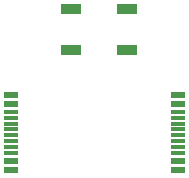
<source format=gbr>
G04 #@! TF.GenerationSoftware,KiCad,Pcbnew,(5.1.5)-3*
G04 #@! TF.CreationDate,2020-07-27T19:09:03+07:00*
G04 #@! TF.ProjectId,corne-classic,636f726e-652d-4636-9c61-737369632e6b,1.1*
G04 #@! TF.SameCoordinates,Original*
G04 #@! TF.FileFunction,Paste,Top*
G04 #@! TF.FilePolarity,Positive*
%FSLAX46Y46*%
G04 Gerber Fmt 4.6, Leading zero omitted, Abs format (unit mm)*
G04 Created by KiCad (PCBNEW (5.1.5)-3) date 2020-07-27 19:09:03*
%MOMM*%
%LPD*%
G04 APERTURE LIST*
%ADD10R,1.700000X0.900000*%
%ADD11R,1.160000X0.600000*%
%ADD12R,1.160000X0.300000*%
G04 APERTURE END LIST*
D10*
X146951000Y-63599800D03*
X146951000Y-60199800D03*
X151702000Y-63599800D03*
X151702000Y-60199800D03*
D11*
X156002000Y-73811800D03*
X156002000Y-73011800D03*
X156002000Y-73811800D03*
X156002000Y-73011800D03*
X156002000Y-67411800D03*
X156002000Y-67411800D03*
X156002000Y-68211800D03*
X156002000Y-68211800D03*
D12*
X156002000Y-72361800D03*
X156002000Y-71361800D03*
X156002000Y-71861800D03*
X156002000Y-69361800D03*
X156002000Y-68861800D03*
X156002000Y-70861800D03*
X156002000Y-70361800D03*
X156002000Y-69861800D03*
D11*
X141889000Y-67411800D03*
X141889000Y-68211800D03*
X141889000Y-67411800D03*
X141889000Y-68211800D03*
X141889000Y-73811800D03*
X141889000Y-73811800D03*
X141889000Y-73011800D03*
X141889000Y-73011800D03*
D12*
X141889000Y-68861800D03*
X141889000Y-69861800D03*
X141889000Y-69361800D03*
X141889000Y-71861800D03*
X141889000Y-72361800D03*
X141889000Y-70361800D03*
X141889000Y-70861800D03*
X141889000Y-71361800D03*
M02*

</source>
